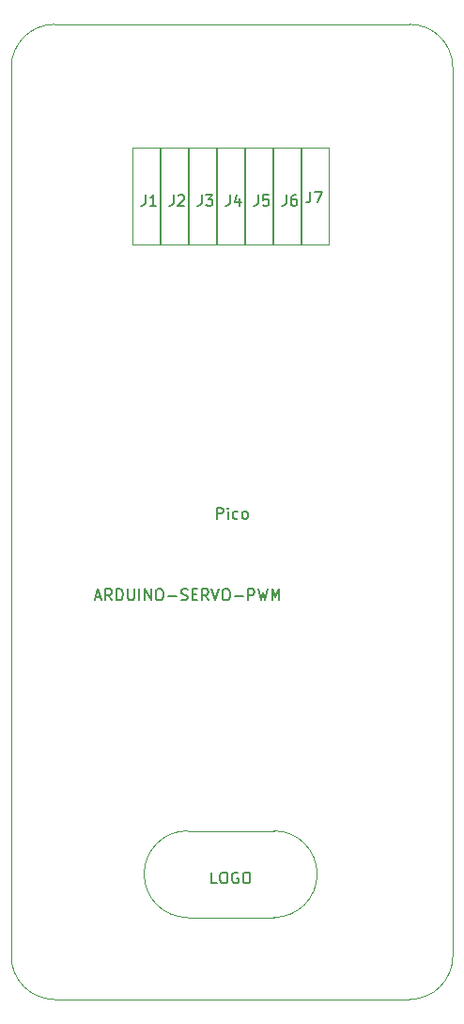
<source format=gbr>
G04 #@! TF.GenerationSoftware,KiCad,Pcbnew,(5.1.8)-1*
G04 #@! TF.CreationDate,2021-04-30T18:53:21-04:00*
G04 #@! TF.ProjectId,5x11-Raspi-Pico-Robot-Version,35783131-2d52-4617-9370-692d5069636f,v1.6*
G04 #@! TF.SameCoordinates,Original*
G04 #@! TF.FileFunction,Other,Fab,Top*
%FSLAX46Y46*%
G04 Gerber Fmt 4.6, Leading zero omitted, Abs format (unit mm)*
G04 Created by KiCad (PCBNEW (5.1.8)-1) date 2021-04-30 18:53:21*
%MOMM*%
%LPD*%
G01*
G04 APERTURE LIST*
%ADD10C,0.050800*%
%ADD11C,0.040640*%
%ADD12C,0.150000*%
G04 APERTURE END LIST*
D10*
X20300000Y-82070000D02*
X17800000Y-82070000D01*
X17800000Y-82070000D02*
X17800000Y-90720000D01*
X20300000Y-82070000D02*
X20300000Y-90720000D01*
X20300000Y-90720000D02*
X17800000Y-90720000D01*
X12680000Y-82070000D02*
X10180000Y-82070000D01*
X10180000Y-82070000D02*
X10180000Y-90720000D01*
X12680000Y-82070000D02*
X12680000Y-90720000D01*
X12680000Y-90720000D02*
X10180000Y-90720000D01*
X25380000Y-82070000D02*
X22880000Y-82070000D01*
X22880000Y-82070000D02*
X22880000Y-90720000D01*
X25380000Y-82070000D02*
X25380000Y-90720000D01*
X25380000Y-90720000D02*
X22880000Y-90720000D01*
X22840000Y-82070000D02*
X20340000Y-82070000D01*
X20340000Y-82070000D02*
X20340000Y-90720000D01*
X22840000Y-82070000D02*
X22840000Y-90720000D01*
X22840000Y-90720000D02*
X20340000Y-90720000D01*
X15220000Y-82070000D02*
X12720000Y-82070000D01*
X12720000Y-82070000D02*
X12720000Y-90720000D01*
X15220000Y-82070000D02*
X15220000Y-90720000D01*
X15220000Y-90720000D02*
X12720000Y-90720000D01*
X17760000Y-82070000D02*
X15260000Y-82070000D01*
X15260000Y-82070000D02*
X15260000Y-90720000D01*
X17760000Y-82070000D02*
X17760000Y-90720000D01*
X17760000Y-90720000D02*
X15260000Y-90720000D01*
D11*
X22950000Y-151344000D02*
X15150000Y-151344000D01*
X22950000Y-143544000D02*
X15150000Y-143544000D01*
X26850000Y-147444000D02*
G75*
G03*
X22950000Y-143544000I-3900000J0D01*
G01*
X22950000Y-151344000D02*
G75*
G03*
X26850000Y-147444000I0J3900000D01*
G01*
X11250000Y-147444000D02*
G75*
G03*
X15150000Y-151344000I3900000J0D01*
G01*
X15150000Y-143544000D02*
G75*
G03*
X11250000Y-147444000I0J-3900000D01*
G01*
D10*
X27920000Y-82070000D02*
X25420000Y-82070000D01*
X25420000Y-82070000D02*
X25420000Y-90720000D01*
X27920000Y-82070000D02*
X27920000Y-90720000D01*
X27920000Y-90720000D02*
X25420000Y-90720000D01*
D11*
X3175000Y-158725001D02*
X35175000Y-158725001D01*
X39075000Y-154825001D02*
X39075000Y-74825001D01*
X35175000Y-70925001D02*
X3175000Y-70925001D01*
X-725000Y-74825001D02*
X-725000Y-154825001D01*
X3175000Y-70925001D02*
G75*
G03*
X-725000Y-74825001I0J-3900000D01*
G01*
X-724994Y-154831808D02*
G75*
G03*
X3175000Y-158725001I3899994J6807D01*
G01*
X35175000Y-158725001D02*
G75*
G03*
X39075000Y-154825001I0J3900000D01*
G01*
X39074994Y-74818194D02*
G75*
G03*
X35175000Y-70925001I-3899994J-6807D01*
G01*
D12*
X18966666Y-86272380D02*
X18966666Y-86986666D01*
X18919047Y-87129523D01*
X18823809Y-87224761D01*
X18680952Y-87272380D01*
X18585714Y-87272380D01*
X19871428Y-86605714D02*
X19871428Y-87272380D01*
X19633333Y-86224761D02*
X19395238Y-86939047D01*
X20014285Y-86939047D01*
X11346666Y-86272380D02*
X11346666Y-86986666D01*
X11299047Y-87129523D01*
X11203809Y-87224761D01*
X11060952Y-87272380D01*
X10965714Y-87272380D01*
X12346666Y-87272380D02*
X11775238Y-87272380D01*
X12060952Y-87272380D02*
X12060952Y-86272380D01*
X11965714Y-86415238D01*
X11870476Y-86510476D01*
X11775238Y-86558095D01*
X24046666Y-86272380D02*
X24046666Y-86986666D01*
X23999047Y-87129523D01*
X23903809Y-87224761D01*
X23760952Y-87272380D01*
X23665714Y-87272380D01*
X24951428Y-86272380D02*
X24760952Y-86272380D01*
X24665714Y-86320000D01*
X24618095Y-86367619D01*
X24522857Y-86510476D01*
X24475238Y-86700952D01*
X24475238Y-87081904D01*
X24522857Y-87177142D01*
X24570476Y-87224761D01*
X24665714Y-87272380D01*
X24856190Y-87272380D01*
X24951428Y-87224761D01*
X24999047Y-87177142D01*
X25046666Y-87081904D01*
X25046666Y-86843809D01*
X24999047Y-86748571D01*
X24951428Y-86700952D01*
X24856190Y-86653333D01*
X24665714Y-86653333D01*
X24570476Y-86700952D01*
X24522857Y-86748571D01*
X24475238Y-86843809D01*
X21506666Y-86272380D02*
X21506666Y-86986666D01*
X21459047Y-87129523D01*
X21363809Y-87224761D01*
X21220952Y-87272380D01*
X21125714Y-87272380D01*
X22459047Y-86272380D02*
X21982857Y-86272380D01*
X21935238Y-86748571D01*
X21982857Y-86700952D01*
X22078095Y-86653333D01*
X22316190Y-86653333D01*
X22411428Y-86700952D01*
X22459047Y-86748571D01*
X22506666Y-86843809D01*
X22506666Y-87081904D01*
X22459047Y-87177142D01*
X22411428Y-87224761D01*
X22316190Y-87272380D01*
X22078095Y-87272380D01*
X21982857Y-87224761D01*
X21935238Y-87177142D01*
X13886666Y-86272380D02*
X13886666Y-86986666D01*
X13839047Y-87129523D01*
X13743809Y-87224761D01*
X13600952Y-87272380D01*
X13505714Y-87272380D01*
X14315238Y-86367619D02*
X14362857Y-86320000D01*
X14458095Y-86272380D01*
X14696190Y-86272380D01*
X14791428Y-86320000D01*
X14839047Y-86367619D01*
X14886666Y-86462857D01*
X14886666Y-86558095D01*
X14839047Y-86700952D01*
X14267619Y-87272380D01*
X14886666Y-87272380D01*
X16426666Y-86272380D02*
X16426666Y-86986666D01*
X16379047Y-87129523D01*
X16283809Y-87224761D01*
X16140952Y-87272380D01*
X16045714Y-87272380D01*
X16807619Y-86272380D02*
X17426666Y-86272380D01*
X17093333Y-86653333D01*
X17236190Y-86653333D01*
X17331428Y-86700952D01*
X17379047Y-86748571D01*
X17426666Y-86843809D01*
X17426666Y-87081904D01*
X17379047Y-87177142D01*
X17331428Y-87224761D01*
X17236190Y-87272380D01*
X16950476Y-87272380D01*
X16855238Y-87224761D01*
X16807619Y-87177142D01*
X17796047Y-115459631D02*
X17796047Y-114459631D01*
X18177000Y-114459631D01*
X18272238Y-114507251D01*
X18319857Y-114554870D01*
X18367476Y-114650108D01*
X18367476Y-114792965D01*
X18319857Y-114888203D01*
X18272238Y-114935822D01*
X18177000Y-114983441D01*
X17796047Y-114983441D01*
X18796047Y-115459631D02*
X18796047Y-114792965D01*
X18796047Y-114459631D02*
X18748428Y-114507251D01*
X18796047Y-114554870D01*
X18843666Y-114507251D01*
X18796047Y-114459631D01*
X18796047Y-114554870D01*
X19700809Y-115412012D02*
X19605571Y-115459631D01*
X19415095Y-115459631D01*
X19319857Y-115412012D01*
X19272238Y-115364393D01*
X19224619Y-115269155D01*
X19224619Y-114983441D01*
X19272238Y-114888203D01*
X19319857Y-114840584D01*
X19415095Y-114792965D01*
X19605571Y-114792965D01*
X19700809Y-114840584D01*
X20272238Y-115459631D02*
X20177000Y-115412012D01*
X20129380Y-115364393D01*
X20081761Y-115269155D01*
X20081761Y-114983441D01*
X20129380Y-114888203D01*
X20177000Y-114840584D01*
X20272238Y-114792965D01*
X20415095Y-114792965D01*
X20510333Y-114840584D01*
X20557952Y-114888203D01*
X20605571Y-114983441D01*
X20605571Y-115269155D01*
X20557952Y-115364393D01*
X20510333Y-115412012D01*
X20415095Y-115459631D01*
X20272238Y-115459631D01*
X17811904Y-148268320D02*
X17335714Y-148268320D01*
X17335714Y-147268320D01*
X18335714Y-147268320D02*
X18526190Y-147268320D01*
X18621428Y-147315940D01*
X18716666Y-147411178D01*
X18764285Y-147601654D01*
X18764285Y-147934987D01*
X18716666Y-148125463D01*
X18621428Y-148220701D01*
X18526190Y-148268320D01*
X18335714Y-148268320D01*
X18240476Y-148220701D01*
X18145238Y-148125463D01*
X18097619Y-147934987D01*
X18097619Y-147601654D01*
X18145238Y-147411178D01*
X18240476Y-147315940D01*
X18335714Y-147268320D01*
X19716666Y-147315940D02*
X19621428Y-147268320D01*
X19478571Y-147268320D01*
X19335714Y-147315940D01*
X19240476Y-147411178D01*
X19192857Y-147506416D01*
X19145238Y-147696892D01*
X19145238Y-147839749D01*
X19192857Y-148030225D01*
X19240476Y-148125463D01*
X19335714Y-148220701D01*
X19478571Y-148268320D01*
X19573809Y-148268320D01*
X19716666Y-148220701D01*
X19764285Y-148173082D01*
X19764285Y-147839749D01*
X19573809Y-147839749D01*
X20383333Y-147268320D02*
X20573809Y-147268320D01*
X20669047Y-147315940D01*
X20764285Y-147411178D01*
X20811904Y-147601654D01*
X20811904Y-147934987D01*
X20764285Y-148125463D01*
X20669047Y-148220701D01*
X20573809Y-148268320D01*
X20383333Y-148268320D01*
X20288095Y-148220701D01*
X20192857Y-148125463D01*
X20145238Y-147934987D01*
X20145238Y-147601654D01*
X20192857Y-147411178D01*
X20288095Y-147315940D01*
X20383333Y-147268320D01*
X26236666Y-85972380D02*
X26236666Y-86686666D01*
X26189047Y-86829523D01*
X26093809Y-86924761D01*
X25950952Y-86972380D01*
X25855714Y-86972380D01*
X26617619Y-85972380D02*
X27284285Y-85972380D01*
X26855714Y-86972380D01*
X6865476Y-122491667D02*
X7341666Y-122491667D01*
X6770238Y-122777381D02*
X7103571Y-121777381D01*
X7436904Y-122777381D01*
X8341666Y-122777381D02*
X8008333Y-122301191D01*
X7770238Y-122777381D02*
X7770238Y-121777381D01*
X8151190Y-121777381D01*
X8246428Y-121825001D01*
X8294047Y-121872620D01*
X8341666Y-121967858D01*
X8341666Y-122110715D01*
X8294047Y-122205953D01*
X8246428Y-122253572D01*
X8151190Y-122301191D01*
X7770238Y-122301191D01*
X8770238Y-122777381D02*
X8770238Y-121777381D01*
X9008333Y-121777381D01*
X9151190Y-121825001D01*
X9246428Y-121920239D01*
X9294047Y-122015477D01*
X9341666Y-122205953D01*
X9341666Y-122348810D01*
X9294047Y-122539286D01*
X9246428Y-122634524D01*
X9151190Y-122729762D01*
X9008333Y-122777381D01*
X8770238Y-122777381D01*
X9770238Y-121777381D02*
X9770238Y-122586905D01*
X9817857Y-122682143D01*
X9865476Y-122729762D01*
X9960714Y-122777381D01*
X10151190Y-122777381D01*
X10246428Y-122729762D01*
X10294047Y-122682143D01*
X10341666Y-122586905D01*
X10341666Y-121777381D01*
X10817857Y-122777381D02*
X10817857Y-121777381D01*
X11294047Y-122777381D02*
X11294047Y-121777381D01*
X11865476Y-122777381D01*
X11865476Y-121777381D01*
X12532142Y-121777381D02*
X12722619Y-121777381D01*
X12817857Y-121825001D01*
X12913095Y-121920239D01*
X12960714Y-122110715D01*
X12960714Y-122444048D01*
X12913095Y-122634524D01*
X12817857Y-122729762D01*
X12722619Y-122777381D01*
X12532142Y-122777381D01*
X12436904Y-122729762D01*
X12341666Y-122634524D01*
X12294047Y-122444048D01*
X12294047Y-122110715D01*
X12341666Y-121920239D01*
X12436904Y-121825001D01*
X12532142Y-121777381D01*
X13389285Y-122396429D02*
X14151190Y-122396429D01*
X14579761Y-122729762D02*
X14722619Y-122777381D01*
X14960714Y-122777381D01*
X15055952Y-122729762D01*
X15103571Y-122682143D01*
X15151190Y-122586905D01*
X15151190Y-122491667D01*
X15103571Y-122396429D01*
X15055952Y-122348810D01*
X14960714Y-122301191D01*
X14770238Y-122253572D01*
X14675000Y-122205953D01*
X14627380Y-122158334D01*
X14579761Y-122063096D01*
X14579761Y-121967858D01*
X14627380Y-121872620D01*
X14675000Y-121825001D01*
X14770238Y-121777381D01*
X15008333Y-121777381D01*
X15151190Y-121825001D01*
X15579761Y-122253572D02*
X15913095Y-122253572D01*
X16055952Y-122777381D02*
X15579761Y-122777381D01*
X15579761Y-121777381D01*
X16055952Y-121777381D01*
X17055952Y-122777381D02*
X16722619Y-122301191D01*
X16484523Y-122777381D02*
X16484523Y-121777381D01*
X16865476Y-121777381D01*
X16960714Y-121825001D01*
X17008333Y-121872620D01*
X17055952Y-121967858D01*
X17055952Y-122110715D01*
X17008333Y-122205953D01*
X16960714Y-122253572D01*
X16865476Y-122301191D01*
X16484523Y-122301191D01*
X17341666Y-121777381D02*
X17675000Y-122777381D01*
X18008333Y-121777381D01*
X18532142Y-121777381D02*
X18722619Y-121777381D01*
X18817857Y-121825001D01*
X18913095Y-121920239D01*
X18960714Y-122110715D01*
X18960714Y-122444048D01*
X18913095Y-122634524D01*
X18817857Y-122729762D01*
X18722619Y-122777381D01*
X18532142Y-122777381D01*
X18436904Y-122729762D01*
X18341666Y-122634524D01*
X18294047Y-122444048D01*
X18294047Y-122110715D01*
X18341666Y-121920239D01*
X18436904Y-121825001D01*
X18532142Y-121777381D01*
X19389285Y-122396429D02*
X20151190Y-122396429D01*
X20627380Y-122777381D02*
X20627380Y-121777381D01*
X21008333Y-121777381D01*
X21103571Y-121825001D01*
X21151190Y-121872620D01*
X21198809Y-121967858D01*
X21198809Y-122110715D01*
X21151190Y-122205953D01*
X21103571Y-122253572D01*
X21008333Y-122301191D01*
X20627380Y-122301191D01*
X21532142Y-121777381D02*
X21770238Y-122777381D01*
X21960714Y-122063096D01*
X22151190Y-122777381D01*
X22389285Y-121777381D01*
X22770238Y-122777381D02*
X22770238Y-121777381D01*
X23103571Y-122491667D01*
X23436904Y-121777381D01*
X23436904Y-122777381D01*
M02*

</source>
